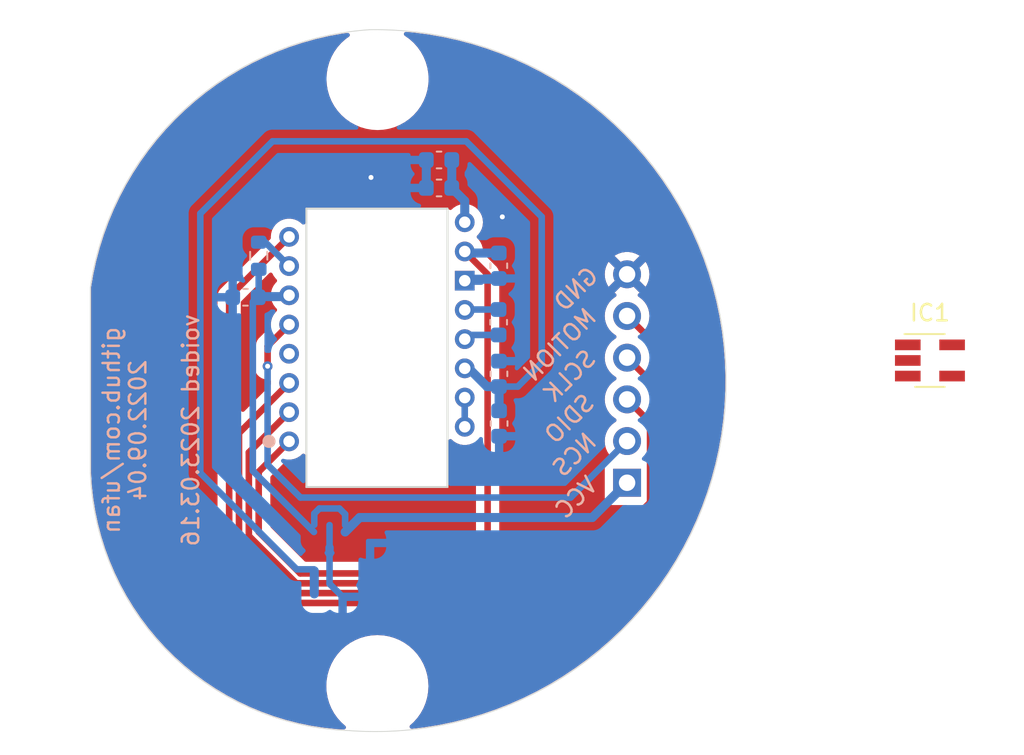
<source format=kicad_pcb>
(kicad_pcb (version 20221018) (generator pcbnew)
  (layers (0 "F.Cu" signal) (31 "B.Cu" signal) (34 "B.Paste" user) (35 "F.Paste" user) (36 "B.SilkS" user "B.Silkscreen") (37 "F.SilkS" user "F.Silkscreen") (38 "B.Mask" user) (39 "F.Mask" user) (44 "Edge.Cuts" user))
  (net 0 "")
  (net 1 "GND")
  (net 2 "Net-(U2-+VCSEL)")
  (net 3 "+1V9")
  (net 4 "VCC")
  (net 5 "Net-(U2-CN)")
  (net 6 "Net-(U2-CP)")
  (net 7 "Net-(U2-VCP)")
  (net 8 "MOTION_2")
  (net 9 "NCS_2")
  (net 10 "SCLK_2")
  (net 11 "SDIO_2")
  (net 12 "Net-(IC1-ADJ)")
  (net 13 "Net-(U2-NRESET)")
  (net 15 "Net-(U2--VCSEL)")
  (footprint "Package_TO_SOT_SMD:SOT-23-5_HandSoldering" (layer "F.Cu") (at 115.25 109.35)
    (fp_text reference "IC1" (at 0 -2.9) (layer "F.SilkS"))
    (fp_text value "AP7335-WG-7")
    (fp_line (start -0.9 1.61) (end 0.9 1.61) (stroke (width 0.12)) (layer "F.SilkS"))
    (fp_line (start 0.9 -1.61) (end -1.55 -1.61) (stroke (width 0.12)) (layer "F.SilkS"))
    (pad "1" smd rect (at -1.35 -0.95) (size 1.56 0.65) (layers "F.Cu" "F.Paste" "F.Mask") (net 4 "VCC"))
    (pad "2" smd rect (at -1.35 0) (size 1.56 0.65) (layers "F.Cu" "F.Paste" "F.Mask") (net 1 "GND"))
    (pad "3" smd rect (at -1.35 0.95) (size 1.56 0.65) (layers "F.Cu" "F.Paste" "F.Mask") (net 4 "VCC"))
    (pad "4" smd rect (at 1.35 0.95) (size 1.56 0.65) (layers "F.Cu" "F.Paste" "F.Mask") (net 12 "Net-(IC1-ADJ)"))
    (pad "5" smd rect (at 1.35 -0.95) (size 1.56 0.65) (layers "F.Cu" "F.Paste" "F.Mask") (net 3 "+1V9"))
  )
  (footprint "Connector_PinHeader_2.54mm:PinHeader_1x06_P2.54mm_Vertical" (layer "F.Cu") (at 96.8 116.8 180)
    (fp_text reference "J1" hide)
    (fp_text value "Conn_01x08")
    (pad "1" thru_hole rect (at 0 0 180) (size 1.7 1.7) (drill 1) (layers "*.Cu" "*.Mask") (net 1 "GND"))
    (pad "2" thru_hole oval (at 0 2.54 180) (size 1.7 1.7) (drill 1) (layers "*.Cu" "*.Mask") (net 4 "VCC"))
    (pad "3" thru_hole oval (at 0 5.08 180) (size 1.7 1.7) (drill 1) (layers "*.Cu" "*.Mask") (net 8 "MOTION_2"))
    (pad "4" thru_hole oval (at 0 7.62 180) (size 1.7 1.7) (drill 1) (layers "*.Cu" "*.Mask") (net 11 "SDIO_2"))
    (pad "5" thru_hole oval (at 0 10.16 180) (size 1.7 1.7) (drill 1) (layers "*.Cu" "*.Mask") (net 10 "SCLK_2"))
    (pad "6" thru_hole circle (at 0 12.7 180) (size 1.7 1.7) (drill 1) (layers "*.Cu" "*.Mask") (net 9 "NCS_2"))
  )
  (footprint "Capacitor_SMD:C_0603_1608Metric" (layer "B.Cu") (at 89.004 113.19 -90)
    (fp_text reference "C3" hide)
    (fp_text value "3.3u/16V")
    (fp_line (start -0.14058 -0.51) (end 0.14058 -0.51) (stroke (width 0.12)) (layer "B.SilkS"))
    (fp_line (start -0.14058 0.51) (end 0.14058 0.51) (stroke (width 0.12)) (layer "B.SilkS"))
    (pad "1" smd roundrect (at -0.775 0 270) (size 0.9 0.95) (layers "B.Cu" "B.Paste" "B.Mask") (net 3 "+1V9"))
    (pad "2" smd roundrect (at 0.775 0 270) (size 0.9 0.95) (layers "B.Cu" "B.Paste" "B.Mask") (net 1 "GND"))
  )
  (footprint "Capacitor_SMD:C_0603_1608Metric" (layer "B.Cu") (at 88.994 110.165 90)
    (fp_text reference "C2" hide)
    (fp_text value "100n")
    (fp_line (start -0.14058 -0.51) (end 0.14058 -0.51) (stroke (width 0.12)) (layer "B.SilkS"))
    (fp_line (start -0.14058 0.51) (end 0.14058 0.51) (stroke (width 0.12)) (layer "B.SilkS"))
    (pad "1" smd roundrect (at -0.775 0 90) (size 0.9 0.95) (layers "B.Cu" "B.Paste" "B.Mask") (net 3 "+1V9"))
    (pad "2" smd roundrect (at 0.775 0 90) (size 0.9 0.95) (layers "B.Cu" "B.Paste" "B.Mask") (net 1 "GND"))
  )
  (footprint "Capacitor_SMD:C_0603_1608Metric" (layer "B.Cu") (at 73.55 105.5 180)
    (fp_text reference "C7" hide)
    (fp_text value "100n")
    (fp_line (start -0.14058 -0.51) (end 0.14058 -0.51) (stroke (width 0.12)) (layer "B.SilkS"))
    (fp_line (start -0.14058 0.51) (end 0.14058 0.51) (stroke (width 0.12)) (layer "B.SilkS"))
    (pad "1" smd roundrect (at -0.775 0 180) (size 0.9 0.95) (layers "B.Cu" "B.Paste" "B.Mask") (net 4 "VCC"))
    (pad "2" smd roundrect (at 0.775 0 180) (size 0.9 0.95) (layers "B.Cu" "B.Paste" "B.Mask") (net 1 "GND"))
  )
  (footprint "mylib:PMW3610" (layer "B.Cu") (at 76.21 114.28)
    (fp_text reference "U2" hide)
    (fp_text value "PMW3610")
    (fp_circle (center -1.225 0) (end -1.025 0) (stroke (width 0.4)) (fill none) (layer "B.SilkS"))
    (fp_line (start 1.05 -14.18) (end 9.65 -14.18) (stroke (width 0.12)) (layer "Edge.Cuts"))
    (fp_line (start 1.05 2.78) (end 1.05 -14.18) (stroke (width 0.12)) (layer "Edge.Cuts"))
    (fp_line (start 1.05 2.78) (end 9.65 2.78) (stroke (width 0.12)) (layer "Edge.Cuts"))
    (fp_line (start 9.65 2.78) (end 9.65 -14.18) (stroke (width 0.12)) (layer "Edge.Cuts"))
    (pad "1" thru_hole circle (at 0 0) (size 1.2 1.2) (drill 0.7) (layers "*.Cu" "*.Mask") (net 2 "Net-(U2-+VCSEL)"))
    (pad "2" thru_hole circle (at 0 -1.78) (size 1.2 1.2) (drill 0.7) (layers "*.Cu" "*.Mask") (net 11 "SDIO_2"))
    (pad "3" thru_hole circle (at 0 -3.56) (size 1.2 1.2) (drill 0.7) (layers "*.Cu" "*.Mask") (net 10 "SCLK_2"))
    (pad "4" thru_hole circle (at 0 -5.34) (size 1.2 1.2) (drill 0.7) (layers "*.Cu" "*.Mask"))
    (pad "5" thru_hole circle (at 0 -7.12) (size 1.2 1.2) (drill 0.7) (layers "*.Cu" "*.Mask") (net 9 "NCS_2"))
    (pad "6" thru_hole circle (at 0 -8.9) (size 1.2 1.2) (drill 0.7) (layers "*.Cu" "*.Mask") (net 4 "VCC"))
    (pad "7" thru_hole circle (at 0 -10.68) (size 1.2 1.2) (drill 0.7) (layers "*.Cu" "*.Mask") (net 13 "Net-(U2-NRESET)"))
    (pad "8" thru_hole circle (at 0 -12.46) (size 1.2 1.2) (drill 0.7) (layers "*.Cu" "*.Mask") (net 8 "MOTION_2"))
    (pad "9" thru_hole circle (at 10.7 -13.35) (size 1.2 1.2) (drill 0.7) (layers "*.Cu" "*.Mask") (net 7 "Net-(U2-VCP)"))
    (pad "10" thru_hole circle (at 10.7 -11.57) (size 1.2 1.2) (drill 0.7) (layers "*.Cu" "*.Mask") (net 2 "Net-(U2-+VCSEL)"))
    (pad "11" thru_hole rect (at 10.7 -9.79) (size 1.2 1.2) (drill 0.7) (layers "*.Cu" "*.Mask") (net 1 "GND"))
    (pad "12" thru_hole circle (at 10.7 -8.01) (size 1.2 1.2) (drill 0.7) (layers "*.Cu" "*.Mask") (net 6 "Net-(U2-CP)"))
    (pad "13" thru_hole circle (at 10.7 -6.23) (size 1.2 1.2) (drill 0.7) (layers "*.Cu" "*.Mask") (net 5 "Net-(U2-CN)"))
    (pad "14" thru_hole circle (at 10.7 -4.45) (size 1.2 1.2) (drill 0.7) (layers "*.Cu" "*.Mask") (net 3 "+1V9"))
    (pad "15" thru_hole circle (at 10.7 -2.67) (size 1.2 1.2) (drill 0.7) (layers "*.Cu" "*.Mask") (net 15 "Net-(U2--VCSEL)"))
    (pad "16" thru_hole circle (at 10.7 -0.89) (size 1.2 1.2) (drill 0.7) (layers "*.Cu" "*.Mask") (net 15 "Net-(U2--VCSEL)"))
  )
  (footprint "Capacitor_SMD:C_0603_1608Metric" (layer "B.Cu") (at 88.984 103.58 -90)
    (fp_text reference "C1" hide)
    (fp_text value "10n")
    (fp_line (start -0.14058 -0.51) (end 0.14058 -0.51) (stroke (width 0.12)) (layer "B.SilkS"))
    (fp_line (start -0.14058 0.51) (end 0.14058 0.51) (stroke (width 0.12)) (layer "B.SilkS"))
    (pad "1" smd roundrect (at -0.775 0 270) (size 0.9 0.95) (layers "B.Cu" "B.Paste" "B.Mask") (net 2 "Net-(U2-+VCSEL)"))
    (pad "2" smd roundrect (at 0.775 0 270) (size 0.9 0.95) (layers "B.Cu" "B.Paste" "B.Mask") (net 1 "GND"))
  )
  (footprint "Capacitor_SMD:C_0603_1608Metric" (layer "B.Cu") (at 85.344 98.84 180)
    (fp_text reference "C8" hide)
    (fp_text value " 10u (X7R)")
    (fp_line (start -0.14058 -0.51) (end 0.14058 -0.51) (stroke (width 0.12)) (layer "B.SilkS"))
    (fp_line (start -0.14058 0.51) (end 0.14058 0.51) (stroke (width 0.12)) (layer "B.SilkS"))
    (pad "1" smd roundrect (at -0.775 0 180) (size 0.9 0.95) (layers "B.Cu" "B.Paste" "B.Mask") (net 7 "Net-(U2-VCP)"))
    (pad "2" smd roundrect (at 0.775 0 180) (size 0.9 0.95) (layers "B.Cu" "B.Paste" "B.Mask") (net 1 "GND"))
  )
  (footprint "Capacitor_SMD:C_0603_1608Metric" (layer "B.Cu") (at 88.974 107.02 90)
    (fp_text reference "C6" hide)
    (fp_text value " 100n (X7R)")
    (fp_line (start -0.14058 -0.51) (end 0.14058 -0.51) (stroke (width 0.12)) (layer "B.SilkS"))
    (fp_line (start -0.14058 0.51) (end 0.14058 0.51) (stroke (width 0.12)) (layer "B.SilkS"))
    (pad "1" smd roundrect (at -0.775 0 90) (size 0.9 0.95) (layers "B.Cu" "B.Paste" "B.Mask") (net 5 "Net-(U2-CN)"))
    (pad "2" smd roundrect (at 0.775 0 90) (size 0.9 0.95) (layers "B.Cu" "B.Paste" "B.Mask") (net 6 "Net-(U2-CP)"))
  )
  (footprint "Capacitor_SMD:C_0603_1608Metric" (layer "B.Cu") (at 85.344 97.136 180)
    (fp_text reference "C9" hide)
    (fp_text value " 10n (X7R)")
    (fp_line (start -0.14058 -0.51) (end 0.14058 -0.51) (stroke (width 0.12)) (layer "B.SilkS"))
    (fp_line (start -0.14058 0.51) (end 0.14058 0.51) (stroke (width 0.12)) (layer "B.SilkS"))
    (pad "1" smd roundrect (at -0.775 0 180) (size 0.9 0.95) (layers "B.Cu" "B.Paste" "B.Mask") (net 7 "Net-(U2-VCP)"))
    (pad "2" smd roundrect (at 0.775 0 180) (size 0.9 0.95) (layers "B.Cu" "B.Paste" "B.Mask") (net 1 "GND"))
  )
  (footprint "Resistor_SMD:R_0603_1608Metric" (layer "B.Cu") (at 74.36 102.97 -90)
    (fp_text reference "R1" hide)
    (fp_text value "2M" hide)
    (fp_line (start -0.237258 -0.5225) (end 0.237258 -0.5225) (stroke (width 0.12)) (layer "B.SilkS"))
    (fp_line (start -0.237258 0.5225) (end 0.237258 0.5225) (stroke (width 0.12)) (layer "B.SilkS"))
    (pad "1" smd roundrect (at -0.825 0 270) (size 0.8 0.95) (layers "B.Cu" "B.Paste" "B.Mask") (net 13 "Net-(U2-NRESET)"))
    (pad "2" smd roundrect (at 0.825 0 270) (size 0.8 0.95) (layers "B.Cu" "B.Paste" "B.Mask") (net 4 "VCC"))
  )
  (gr_arc (start 79.9 131.9) (mid 68.917172 127.152463) (end 64.099999 116.2) (stroke (width 0.05)) (layer "Edge.Cuts"))
  (gr_line (start 64.1 116.2) (end 64.1 104.9) (stroke (width 0.05)) (layer "Edge.Cuts"))
  (gr_arc (start 64.1 104.9) (mid 69.841085 94.062641) (end 81.1 89.200001) (stroke (width 0.05)) (layer "Edge.Cuts"))
  (gr_arc (start 81.1 89.2) (mid 102.82616 111.177433) (end 79.9 131.899999) (stroke (width 0.05)) (layer "Edge.Cuts"))
  (gr_text "MOTION" (at 92.7 108.4 45) (layer "B.SilkS") (effects (font (size 1 1)) (justify mirror)))
  (gr_text "SCLK" (at 93.3 110.3 45) (layer "B.SilkS") (effects (font (size 1 1)) (justify mirror)))
  (gr_text "GND" (at 93.7 105 45) (layer "B.SilkS") (effects (font (size 1 1)) (justify mirror)))
  (gr_text "NCS" (at 93.6 115.1 45) (layer "B.SilkS") (effects (font (size 1 1)) (justify mirror)))
  (gr_text "github.com/ufan\n2022.09.04\n\nvoided 2023.03.16" (at 67.8 113.6 90) (layer "B.SilkS") (effects (font (size 1 1)) (justify mirror)))
  (gr_text "SDIO" (at 93.3 112.9 45) (layer "B.SilkS") (effects (font (size 1 1)) (justify mirror)))
  (gr_text "VCC" (at 93.7 117.7 45) (layer "B.SilkS") (effects (font (size 1 1)) (justify mirror)))
  (via (at 81.2 98.2) (size 0.6) (drill 0.3) (layers "F.Cu" "B.Cu") (net 1))
  (via (at 89.2 100.6) (size 0.6) (drill 0.3) (layers "F.Cu" "B.Cu") (net 1))
  (segment (start 78.674 122.9525) (end 78.674 119.38) (width 0.4) (layer "B.Cu") (net 1))
  (segment (start 87.09 104.4) (end 88.939 104.4) (width 0.55) (layer "B.Cu") (net 1))
  (segment (start 87.045 104.355) (end 87.09 104.4) (width 0.55) (layer "B.Cu") (net 1))
  (segment (start 79.469 123.7475) (end 78.674 122.9525) (width 0.4) (layer "B.Cu") (net 1))
  (segment (start 84.569 97.39) (end 84.569 98.84) (width 0.55) (layer "B.Cu") (net 1))
  (segment (start 88.939 104.4) (end 88.984 104.355) (width 0.55) (layer "B.Cu") (net 1))
  (segment (start 76.892038 122.32351) (end 86.37649 122.32351) (width 0.4) (layer "F.Cu") (net 2))
  (segment (start 88.304 120.396) (end 88.304 104.104) (width 0.4) (layer "F.Cu") (net 2))
  (segment (start 76.21 114.28) (end 74.358 116.132) (width 0.4) (layer "F.Cu") (net 2))
  (segment (start 74.358 119.789472) (end 76.892038 122.32351) (width 0.4) (layer "F.Cu") (net 2))
  (segment (start 86.37649 122.32351) (end 88.304 120.396) (width 0.4) (layer "F.Cu") (net 2))
  (segment (start 74.358 116.132) (end 74.358 119.789472) (width 0.4) (layer "F.Cu") (net 2))
  (segment (start 88.304 104.104) (end 86.91 102.71) (width 0.4) (layer "F.Cu") (net 2))
  (segment (start 87.005 102.805) (end 88.984 102.805) (width 0.55) (layer "B.Cu") (net 2))
  (segment (start 91.6 109.48468) (end 91.6 100.6) (width 0.4) (layer "B.Cu") (net 3))
  (segment (start 75.2 96) (end 70.8 100.4) (width 0.4) (layer "B.Cu") (net 3))
  (segment (start 88.994 110.94) (end 90.14468 110.94) (width 0.4) (layer "B.Cu") (net 3))
  (segment (start 87.154 109.83) (end 88.264 110.94) (width 0.55) (layer "B.Cu") (net 3))
  (segment (start 88.264 110.94) (end 88.994 110.94) (width 0.55) (layer "B.Cu") (net 3))
  (segment (start 70.8 100.4) (end 70.8 116.2) (width 0.4) (layer "B.Cu") (net 3))
  (segment (start 77.744 122.1675) (end 77.744 123.5725) (width 0.55) (layer "B.Cu") (net 3))
  (segment (start 90.14468 110.94) (end 91.6 109.48468) (width 0.4) (layer "B.Cu") (net 3))
  (segment (start 89.004 112.415) (end 89.004 110.95) (width 0.55) (layer "B.Cu") (net 3))
  (segment (start 70.8 116.2) (end 76.675 122.075) (width 0.4) (layer "B.Cu") (net 3))
  (segment (start 87 96) (end 75.2 96) (width 0.4) (layer "B.Cu") (net 3))
  (segment (start 91.6 100.6) (end 87 96) (width 0.4) (layer "B.Cu") (net 3))
  (segment (start 76.675 122.075) (end 77.724 122.075) (width 0.4) (layer "B.Cu") (net 3))
  (segment (start 96.8 116.8) (end 94.6825 118.9175) (width 0.55) (layer "B.Cu") (net 4))
  (segment (start 78.054 118.3675) (end 79.274 118.3675) (width 0.4) (layer "B.Cu") (net 4))
  (segment (start 79.624 118.7175) (end 79.624 119.38) (width 0.4) (layer "B.Cu") (net 4))
  (segment (start 77.744 119.36) (end 77.744 118.6775) (width 0.4) (layer "B.Cu") (net 4))
  (segment (start 74.324 105.46) (end 74 105.784) (width 0.4) (layer "B.Cu") (net 4))
  (segment (start 74 105.784) (end 74 116.076) (width 0.4) (layer "B.Cu") (net 4))
  (segment (start 79.624 119.8) (end 80.5065 118.9175) (width 0.55) (layer "B.Cu") (net 4))
  (segment (start 74 116.076) (end 77.724 119.8) (width 0.4) (layer "B.Cu") (net 4))
  (segment (start 94.6825 118.9175) (end 81.144 118.9175) (width 0.55) (layer "B.Cu") (net 4))
  (segment (start 77.744 118.6775) (end 78.054 118.3675) (width 0.4) (layer "B.Cu") (net 4))
  (segment (start 74.36 103.795) (end 74.36 105.424) (width 0.4) (layer "B.Cu") (net 4))
  (segment (start 74.324 105.46) (end 76.13 105.46) (width 0.55) (layer "B.Cu") (net 4))
  (segment (start 80.5065 118.9175) (end 81.144 118.9175) (width 0.55) (layer "B.Cu") (net 4))
  (segment (start 79.274 118.3675) (end 79.624 118.7175) (width 0.4) (layer "B.Cu") (net 4))
  (segment (start 87.165 107.795) (end 88.974 107.795) (width 0.4) (layer "B.Cu") (net 5))
  (segment (start 86.935 106.245) (end 88.974 106.245) (width 0.4) (layer "B.Cu") (net 6))
  (segment (start 86.119 98.84) (end 86.91 99.631) (width 0.55) (layer "B.Cu") (net 7))
  (segment (start 86.119 97.39) (end 86.119 98.84) (width 0.55) (layer "B.Cu") (net 7))
  (segment (start 86.91 99.631) (end 86.91 100.93) (width 0.55) (layer "B.Cu") (net 7))
  (segment (start 76.146454 124.12351) (end 93.773546 124.12351) (width 0.4) (layer "F.Cu") (net 8))
  (segment (start 99.4 109.24) (end 96.8 106.64) (width 0.4) (layer "F.Cu") (net 8))
  (segment (start 72.558 105.472) (end 72.558 120.535056) (width 0.4) (layer "F.Cu") (net 8))
  (segment (start 72.558 120.535056) (end 76.146454 124.12351) (width 0.4) (layer "F.Cu") (net 8))
  (segment (start 93.773546 124.12351) (end 99.4 118.497056) (width 0.4) (layer "F.Cu") (net 8))
  (segment (start 76.21 101.82) (end 72.558 105.472) (width 0.4) (layer "F.Cu") (net 8))
  (segment (start 99.4 118.497056) (end 99.4 109.24) (width 0.4) (layer "F.Cu") (net 8))
  (segment (start 74.9 108.47) (end 76.21 107.16) (width 0.4) (layer "F.Cu") (net 9))
  (segment (start 74.9 109.7) (end 74.9 108.47) (width 0.4) (layer "F.Cu") (net 9))
  (via (at 74.9 109.7) (size 0.6) (drill 0.3) (layers "F.Cu" "B.Cu") (net 9))
  (segment (start 93.36 117.7) (end 96.8 114.26) (width 0.4) (layer "B.Cu") (net 9))
  (segment (start 74.9 115.7) (end 76.9 117.7) (width 0.4) (layer "B.Cu") (net 9))
  (segment (start 76.9 117.7) (end 93.36 117.7) (width 0.4) (layer "B.Cu") (net 9))
  (segment (start 74.9 109.7) (end 74.9 115.7) (width 0.4) (layer "B.Cu") (net 9))
  (segment (start 93.525018 123.52351) (end 98.8 118.248528) (width 0.4) (layer "F.Cu") (net 10))
  (segment (start 76.21 110.72) (end 73.158 113.772) (width 0.4) (layer "F.Cu") (net 10))
  (segment (start 73.158 113.772) (end 73.158 120.286528) (width 0.4) (layer "F.Cu") (net 10))
  (segment (start 76.394982 123.52351) (end 93.525018 123.52351) (width 0.4) (layer "F.Cu") (net 10))
  (segment (start 98.8 111.18) (end 96.8 109.18) (width 0.4) (layer "F.Cu") (net 10))
  (segment (start 73.158 120.286528) (end 76.394982 123.52351) (width 0.4) (layer "F.Cu") (net 10))
  (segment (start 98.8 118.248528) (end 98.8 111.18) (width 0.4) (layer "F.Cu") (net 10))
  (segment (start 73.758 114.952) (end 76.21 112.5) (width 0.4) (layer "F.Cu") (net 11))
  (segment (start 98.2 113.12) (end 98.2 118) (width 0.4) (layer "F.Cu") (net 11))
  (segment (start 98.2 118) (end 93.27649 122.92351) (width 0.4) (layer "F.Cu") (net 11))
  (segment (start 93.27649 122.92351) (end 76.64351 122.92351) (width 0.4) (layer "F.Cu") (net 11))
  (segment (start 73.758 120.038) (end 73.758 114.952) (width 0.4) (layer "F.Cu") (net 11))
  (segment (start 96.8 111.72) (end 98.2 113.12) (width 0.4) (layer "F.Cu") (net 11))
  (segment (start 76.64351 122.92351) (end 73.758 120.038) (width 0.4) (layer "F.Cu") (net 11))
  (segment (start 74.755 102.145) (end 76.21 103.6) (width 0.4) (layer "B.Cu") (net 13))
  (segment (start 74.36 102.145) (end 74.755 102.145) (width 0.4) (layer "B.Cu") (net 13))
  (segment (start 86.91 113.39) (end 86.91 111.61) (width 0.4) (layer "B.Cu") (net 15))
  (zone (net 1) (net_name "GND") (layers "F&B.Cu") (connect_pads (clearance 0.508)) (min_thickness 0.254) (fill yes (thermal_gap 0.508) (thermal_bridge_width 0.508) (island_removal_mode 2) (island_area_min 1))
    (polygon (pts (xy 105.6 133.39) (xy 58.598 133.39) (xy 58.598 87.39) (xy 105.598 87.39)))
  )
)
</source>
